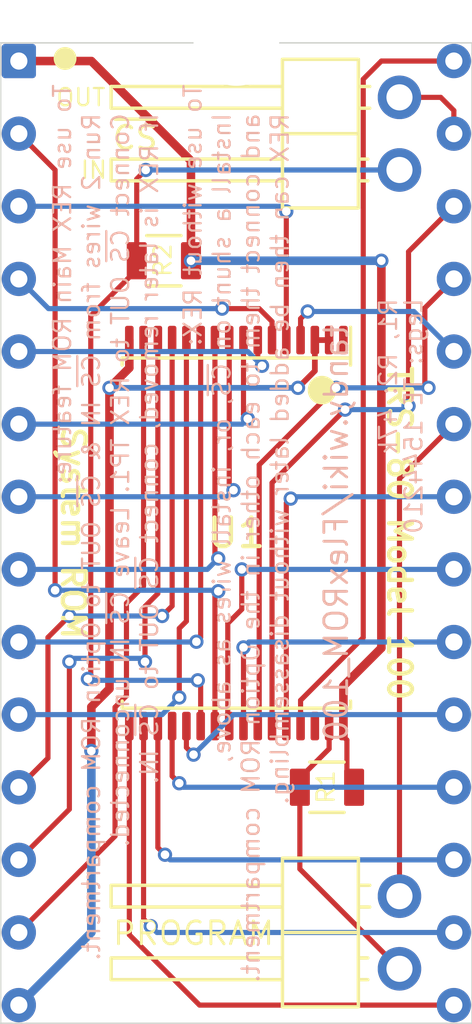
<source format=kicad_pcb>
(kicad_pcb (version 20171130) (host pcbnew 5.1.9-73d0e3b20d~88~ubuntu20.10.1)

  (general
    (thickness 1.6)
    (drawings 22)
    (tracks 199)
    (zones 0)
    (modules 7)
    (nets 31)
  )

  (page USLetter)
  (title_block
    (title FlashROM_100)
    (date 2021-03-07)
    (rev 002)
    (company "Brian K. White - b.kenyon.w@gmail.com")
    (comment 1 "System ROM for TRS-80 Model 100 with support for REX main rom feature")
  )

  (layers
    (0 F.Cu signal)
    (31 B.Cu signal)
    (32 B.Adhes user hide)
    (33 F.Adhes user hide)
    (34 B.Paste user hide)
    (35 F.Paste user hide)
    (36 B.SilkS user hide)
    (37 F.SilkS user)
    (38 B.Mask user)
    (39 F.Mask user)
    (40 Dwgs.User user hide)
    (41 Cmts.User user hide)
    (42 Eco1.User user hide)
    (43 Eco2.User user hide)
    (44 Edge.Cuts user)
    (45 Margin user hide)
    (46 B.CrtYd user hide)
    (47 F.CrtYd user hide)
    (48 B.Fab user hide)
    (49 F.Fab user hide)
  )

  (setup
    (last_trace_width 0.18)
    (user_trace_width 0.16)
    (user_trace_width 0.2)
    (user_trace_width 0.3)
    (trace_clearance 0.16)
    (zone_clearance 0.2)
    (zone_45_only no)
    (trace_min 0.16)
    (via_size 0.5)
    (via_drill 0.3)
    (via_min_size 0.5)
    (via_min_drill 0.3)
    (uvia_size 0.5)
    (uvia_drill 0.3)
    (uvias_allowed no)
    (uvia_min_size 0.5)
    (uvia_min_drill 0.3)
    (edge_width 0.05)
    (segment_width 0.2)
    (pcb_text_width 0.3)
    (pcb_text_size 1.5 1.5)
    (mod_edge_width 0.12)
    (mod_text_size 1 1)
    (mod_text_width 0.15)
    (pad_size 1.2 1.2)
    (pad_drill 0.58)
    (pad_to_mask_clearance 0)
    (solder_mask_min_width 0.22)
    (aux_axis_origin 0 0)
    (grid_origin 150 100)
    (visible_elements FFFFFF7F)
    (pcbplotparams
      (layerselection 0x010fc_ffffffff)
      (usegerberextensions false)
      (usegerberattributes false)
      (usegerberadvancedattributes false)
      (creategerberjobfile false)
      (excludeedgelayer true)
      (linewidth 0.100000)
      (plotframeref false)
      (viasonmask false)
      (mode 1)
      (useauxorigin false)
      (hpglpennumber 1)
      (hpglpenspeed 20)
      (hpglpendiameter 15.000000)
      (psnegative false)
      (psa4output false)
      (plotreference true)
      (plotvalue true)
      (plotinvisibletext false)
      (padsonsilk false)
      (subtractmaskfromsilk false)
      (outputformat 1)
      (mirror false)
      (drillshape 0)
      (scaleselection 1)
      (outputdirectory "GERBER_FlashROM_100_tsop"))
  )

  (net 0 "")
  (net 1 /D3)
  (net 2 /A10)
  (net 3 /D4)
  (net 4 /A7)
  (net 5 /D5)
  (net 6 /A6)
  (net 7 /D6)
  (net 8 /A5)
  (net 9 /D7)
  (net 10 /A4)
  (net 11 /A11)
  (net 12 /A3)
  (net 13 /~OE)
  (net 14 /A2)
  (net 15 /A13)
  (net 16 /A1)
  (net 17 /A0)
  (net 18 /A12)
  (net 19 /D0)
  (net 20 /A9)
  (net 21 /D1)
  (net 22 /A8)
  (net 23 /D2)
  (net 24 /A14)
  (net 25 /~WE)
  (net 26 VCC)
  (net 27 GND)
  (net 28 /ALE_~WE)
  (net 29 /~CS_BUS)
  (net 30 /~CS)

  (net_class Default "This is the default net class."
    (clearance 0.16)
    (trace_width 0.18)
    (via_dia 0.5)
    (via_drill 0.3)
    (uvia_dia 0.5)
    (uvia_drill 0.3)
    (diff_pair_width 0.3)
    (diff_pair_gap 0.3)
    (add_net /A0)
    (add_net /A1)
    (add_net /A10)
    (add_net /A11)
    (add_net /A12)
    (add_net /A13)
    (add_net /A14)
    (add_net /A2)
    (add_net /A3)
    (add_net /A4)
    (add_net /A5)
    (add_net /A6)
    (add_net /A7)
    (add_net /A8)
    (add_net /A9)
    (add_net /ALE_~WE)
    (add_net /D0)
    (add_net /D1)
    (add_net /D2)
    (add_net /D3)
    (add_net /D4)
    (add_net /D5)
    (add_net /D6)
    (add_net /D7)
    (add_net /~CS)
    (add_net /~CS_BUS)
    (add_net /~OE)
    (add_net /~WE)
    (add_net GND)
    (add_net VCC)
  )

  (module 000_LOCAL:NPTH_3mm (layer F.Cu) (tedit 5F9F8D8C) (tstamp 604A023C)
    (at 150 82.855)
    (fp_text reference REF** (at 0 2.54) (layer F.SilkS) hide
      (effects (font (size 1.27 1.27) (thickness 0.127)))
    )
    (fp_text value NPTH_3mm (at 0 -2.54) (layer F.Fab)
      (effects (font (size 1.27 1.27) (thickness 0.0127)))
    )
    (pad "" np_thru_hole circle (at 0 0) (size 3 3) (drill 3) (layers *.Cu *.Mask))
  )

  (module 000_LOCAL:DIP28_0.6_pcb_sil_pins (layer F.Cu) (tedit 5FC98BE5) (tstamp 6049DE0F)
    (at 150 100)
    (descr "28-lead though-hole mounted DIP package, row spacing 15.24 mm (600 mils)")
    (tags "THT DIP DIL PDIP 2.54mm 15.24mm 600mil")
    (path /5E5C209E)
    (fp_text reference J1 (at -4.7 -16.35) (layer F.SilkS) hide
      (effects (font (size 1 1) (thickness 0.15)))
    )
    (fp_text value "LH535618 DIP LEGS" (at 0 18.84) (layer F.Fab)
      (effects (font (size 1 1) (thickness 0.15)))
    )
    (fp_line (start 8.22 -17.11) (end -8.22 -17.11) (layer F.CrtYd) (width 0.01))
    (fp_line (start 8.22 17.11) (end 8.22 -17.11) (layer F.CrtYd) (width 0.01))
    (fp_line (start -8.22 17.11) (end 8.22 17.11) (layer F.CrtYd) (width 0.01))
    (fp_line (start -8.22 -17.11) (end -8.22 17.11) (layer F.CrtYd) (width 0.01))
    (fp_text user %R (at 0.27 3.12) (layer F.Fab)
      (effects (font (size 1 1) (thickness 0.15)))
    )
    (pad 1 thru_hole roundrect (at -7.62 -16.51) (size 1.2 1.2) (drill 0.6) (layers *.Cu *.Mask) (roundrect_rratio 0.1)
      (net 26 VCC))
    (pad 15 thru_hole circle (at 7.62 16.51) (size 1.2 1.2) (drill 0.6) (layers *.Cu *.Mask)
      (net 1 /D3))
    (pad 2 thru_hole circle (at -7.62 -13.97) (size 1.2 1.2) (drill 0.6) (layers *.Cu *.Mask)
      (net 2 /A10))
    (pad 16 thru_hole circle (at 7.62 13.97) (size 1.2 1.2) (drill 0.6) (layers *.Cu *.Mask)
      (net 3 /D4))
    (pad 3 thru_hole circle (at -7.62 -11.43) (size 1.2 1.2) (drill 0.6) (layers *.Cu *.Mask)
      (net 4 /A7))
    (pad 17 thru_hole circle (at 7.62 11.43) (size 1.2 1.2) (drill 0.6) (layers *.Cu *.Mask)
      (net 5 /D5))
    (pad 4 thru_hole circle (at -7.62 -8.89) (size 1.2 1.2) (drill 0.6) (layers *.Cu *.Mask)
      (net 6 /A6))
    (pad 18 thru_hole circle (at 7.62 8.89) (size 1.2 1.2) (drill 0.6) (layers *.Cu *.Mask)
      (net 7 /D6))
    (pad 5 thru_hole circle (at -7.62 -6.35) (size 1.2 1.2) (drill 0.6) (layers *.Cu *.Mask)
      (net 8 /A5))
    (pad 19 thru_hole circle (at 7.62 6.35) (size 1.2 1.2) (drill 0.6) (layers *.Cu *.Mask)
      (net 9 /D7))
    (pad 6 thru_hole circle (at -7.62 -3.81) (size 1.2 1.2) (drill 0.6) (layers *.Cu *.Mask)
      (net 10 /A4))
    (pad 20 thru_hole circle (at 7.62 3.81) (size 1.2 1.2) (drill 0.6) (layers *.Cu *.Mask)
      (net 11 /A11))
    (pad 7 thru_hole circle (at -7.62 -1.27) (size 1.2 1.2) (drill 0.6) (layers *.Cu *.Mask)
      (net 12 /A3))
    (pad 21 thru_hole circle (at 7.62 1.27) (size 1.2 1.2) (drill 0.6) (layers *.Cu *.Mask)
      (net 13 /~OE))
    (pad 8 thru_hole circle (at -7.62 1.27) (size 1.2 1.2) (drill 0.6) (layers *.Cu *.Mask)
      (net 14 /A2))
    (pad 22 thru_hole circle (at 7.62 -1.27) (size 1.2 1.2) (drill 0.6) (layers *.Cu *.Mask)
      (net 15 /A13))
    (pad 9 thru_hole circle (at -7.62 3.81) (size 1.2 1.2) (drill 0.6) (layers *.Cu *.Mask)
      (net 16 /A1))
    (pad 23 thru_hole circle (at 7.62 -3.81) (size 1.2 1.2) (drill 0.6) (layers *.Cu *.Mask)
      (net 28 /ALE_~WE))
    (pad 10 thru_hole circle (at -7.62 6.35) (size 1.2 1.2) (drill 0.6) (layers *.Cu *.Mask)
      (net 17 /A0))
    (pad 24 thru_hole circle (at 7.62 -6.35) (size 1.2 1.2) (drill 0.6) (layers *.Cu *.Mask)
      (net 18 /A12))
    (pad 11 thru_hole circle (at -7.62 8.89) (size 1.2 1.2) (drill 0.6) (layers *.Cu *.Mask)
      (net 19 /D0))
    (pad 25 thru_hole circle (at 7.62 -8.89) (size 1.2 1.2) (drill 0.6) (layers *.Cu *.Mask)
      (net 20 /A9))
    (pad 12 thru_hole circle (at -7.62 11.43) (size 1.2 1.2) (drill 0.6) (layers *.Cu *.Mask)
      (net 21 /D1))
    (pad 26 thru_hole circle (at 7.62 -11.43) (size 1.2 1.2) (drill 0.6) (layers *.Cu *.Mask)
      (net 22 /A8))
    (pad 13 thru_hole circle (at -7.62 13.97) (size 1.2 1.2) (drill 0.6) (layers *.Cu *.Mask)
      (net 23 /D2))
    (pad 27 thru_hole circle (at 7.62 -13.97) (size 1.2 1.2) (drill 0.6) (layers *.Cu *.Mask)
      (net 29 /~CS_BUS))
    (pad 14 thru_hole circle (at -7.62 16.51) (size 1.2 1.2) (drill 0.6) (layers *.Cu *.Mask)
      (net 27 GND))
    (pad 28 thru_hole circle (at 7.62 -16.51) (size 1.2 1.2) (drill 0.6) (layers *.Cu *.Mask)
      (net 24 /A14))
    (model ${KIPRJMOD}/000_LOCAL.pretty/packages3d/DIL_LEG.step
      (offset (xyz -7.62 16.51 0.18))
      (scale (xyz 1 1 1))
      (rotate (xyz 0 0 0))
    )
    (model ${KIPRJMOD}/000_LOCAL.pretty/packages3d/DIL_LEG.step
      (offset (xyz -7.62 13.97 0.18))
      (scale (xyz 1 1 1))
      (rotate (xyz 0 0 0))
    )
    (model ${KIPRJMOD}/000_LOCAL.pretty/packages3d/DIL_LEG.step
      (offset (xyz -7.62 11.43 0.18))
      (scale (xyz 1 1 1))
      (rotate (xyz 0 0 0))
    )
    (model ${KIPRJMOD}/000_LOCAL.pretty/packages3d/DIL_LEG.step
      (offset (xyz -7.62 8.890000000000001 0.18))
      (scale (xyz 1 1 1))
      (rotate (xyz 0 0 0))
    )
    (model ${KIPRJMOD}/000_LOCAL.pretty/packages3d/DIL_LEG.step
      (offset (xyz -7.62 6.35 0.18))
      (scale (xyz 1 1 1))
      (rotate (xyz 0 0 0))
    )
    (model ${KIPRJMOD}/000_LOCAL.pretty/packages3d/DIL_LEG.step
      (offset (xyz -7.62 3.81 0.18))
      (scale (xyz 1 1 1))
      (rotate (xyz 0 0 0))
    )
    (model ${KIPRJMOD}/000_LOCAL.pretty/packages3d/DIL_LEG.step
      (offset (xyz -7.62 1.27 0.18))
      (scale (xyz 1 1 1))
      (rotate (xyz 0 0 0))
    )
    (model ${KIPRJMOD}/000_LOCAL.pretty/packages3d/DIL_LEG.step
      (offset (xyz -7.62 -1.27 0.18))
      (scale (xyz 1 1 1))
      (rotate (xyz 0 0 0))
    )
    (model ${KIPRJMOD}/000_LOCAL.pretty/packages3d/DIL_LEG.step
      (offset (xyz -7.62 -3.81 0.18))
      (scale (xyz 1 1 1))
      (rotate (xyz 0 0 0))
    )
    (model ${KIPRJMOD}/000_LOCAL.pretty/packages3d/DIL_LEG.step
      (offset (xyz -7.62 -6.35 0.18))
      (scale (xyz 1 1 1))
      (rotate (xyz 0 0 0))
    )
    (model ${KIPRJMOD}/000_LOCAL.pretty/packages3d/DIL_LEG.step
      (offset (xyz -7.62 -8.890000000000001 0.18))
      (scale (xyz 1 1 1))
      (rotate (xyz 0 0 0))
    )
    (model ${KIPRJMOD}/000_LOCAL.pretty/packages3d/DIL_LEG.step
      (offset (xyz -7.62 -11.43 0.18))
      (scale (xyz 1 1 1))
      (rotate (xyz 0 0 0))
    )
    (model ${KIPRJMOD}/000_LOCAL.pretty/packages3d/DIL_LEG.step
      (offset (xyz -7.62 -13.97 0.18))
      (scale (xyz 1 1 1))
      (rotate (xyz 0 0 0))
    )
    (model ${KIPRJMOD}/000_LOCAL.pretty/packages3d/DIL_LEG.step
      (offset (xyz -7.62 -16.51 0.18))
      (scale (xyz 1 1 1))
      (rotate (xyz 0 0 0))
    )
    (model ${KIPRJMOD}/000_LOCAL.pretty/packages3d/DIL_LEG.step
      (offset (xyz 7.62 -16.51 0.18))
      (scale (xyz 1 1 1))
      (rotate (xyz 0 0 0))
    )
    (model ${KIPRJMOD}/000_LOCAL.pretty/packages3d/DIL_LEG.step
      (offset (xyz 7.62 -13.97 0.18))
      (scale (xyz 1 1 1))
      (rotate (xyz 0 0 0))
    )
    (model ${KIPRJMOD}/000_LOCAL.pretty/packages3d/DIL_LEG.step
      (offset (xyz 7.62 -11.43 0.18))
      (scale (xyz 1 1 1))
      (rotate (xyz 0 0 0))
    )
    (model ${KIPRJMOD}/000_LOCAL.pretty/packages3d/DIL_LEG.step
      (offset (xyz 7.62 -8.890000000000001 0.18))
      (scale (xyz 1 1 1))
      (rotate (xyz 0 0 0))
    )
    (model ${KIPRJMOD}/000_LOCAL.pretty/packages3d/DIL_LEG.step
      (offset (xyz 7.62 -6.35 0.18))
      (scale (xyz 1 1 1))
      (rotate (xyz 0 0 0))
    )
    (model ${KIPRJMOD}/000_LOCAL.pretty/packages3d/DIL_LEG.step
      (offset (xyz 7.62 -3.81 0.18))
      (scale (xyz 1 1 1))
      (rotate (xyz 0 0 0))
    )
    (model ${KIPRJMOD}/000_LOCAL.pretty/packages3d/DIL_LEG.step
      (offset (xyz 7.62 -1.27 0.18))
      (scale (xyz 1 1 1))
      (rotate (xyz 0 0 0))
    )
    (model ${KIPRJMOD}/000_LOCAL.pretty/packages3d/DIL_LEG.step
      (offset (xyz 7.62 1.27 0.18))
      (scale (xyz 1 1 1))
      (rotate (xyz 0 0 0))
    )
    (model ${KIPRJMOD}/000_LOCAL.pretty/packages3d/DIL_LEG.step
      (offset (xyz 7.62 3.81 0.18))
      (scale (xyz 1 1 1))
      (rotate (xyz 0 0 0))
    )
    (model ${KIPRJMOD}/000_LOCAL.pretty/packages3d/DIL_LEG.step
      (offset (xyz 7.62 6.35 0.18))
      (scale (xyz 1 1 1))
      (rotate (xyz 0 0 0))
    )
    (model ${KIPRJMOD}/000_LOCAL.pretty/packages3d/DIL_LEG.step
      (offset (xyz 7.62 8.890000000000001 0.18))
      (scale (xyz 1 1 1))
      (rotate (xyz 0 0 0))
    )
    (model ${KIPRJMOD}/000_LOCAL.pretty/packages3d/DIL_LEG.step
      (offset (xyz 7.62 11.43 0.18))
      (scale (xyz 1 1 1))
      (rotate (xyz 0 0 0))
    )
    (model ${KIPRJMOD}/000_LOCAL.pretty/packages3d/DIL_LEG.step
      (offset (xyz 7.62 13.97 0.18))
      (scale (xyz 1 1 1))
      (rotate (xyz 0 0 0))
    )
    (model ${KIPRJMOD}/000_LOCAL.pretty/packages3d/DIL_LEG.step
      (offset (xyz 7.62 16.51 0.18))
      (scale (xyz 1 1 1))
      (rotate (xyz 0 0 0))
    )
  )

  (module 000_LOCAL:Pin_Header_Angled_1x02_Pitch2.54mm (layer F.Cu) (tedit 5F9E6982) (tstamp 6049E5C7)
    (at 155.715 115.24 180)
    (descr "Through hole angled pin header, 1x02, 2.54mm pitch, 6mm pin length, single row")
    (tags "Through hole angled pin header THT 1x02 2.54mm single row")
    (path /5FBC3795)
    (fp_text reference JP2 (at 4.385 -2.27) (layer F.SilkS) hide
      (effects (font (size 1 1) (thickness 0.15)))
    )
    (fp_text value Write-Enable (at 4.385 4.81) (layer F.Fab)
      (effects (font (size 1 1) (thickness 0.15)))
    )
    (fp_line (start 2.135 -1.27) (end 4.04 -1.27) (layer F.Fab) (width 0.1))
    (fp_line (start 4.04 -1.27) (end 4.04 3.81) (layer F.Fab) (width 0.1))
    (fp_line (start 4.04 3.81) (end 1.5 3.81) (layer F.Fab) (width 0.1))
    (fp_line (start 1.5 3.81) (end 1.5 -0.635) (layer F.Fab) (width 0.1))
    (fp_line (start 1.5 -0.635) (end 2.135 -1.27) (layer F.Fab) (width 0.1))
    (fp_line (start -0.32 -0.32) (end 1.5 -0.32) (layer F.Fab) (width 0.1))
    (fp_line (start -0.32 -0.32) (end -0.32 0.32) (layer F.Fab) (width 0.1))
    (fp_line (start -0.32 0.32) (end 1.5 0.32) (layer F.Fab) (width 0.1))
    (fp_line (start 4.04 -0.32) (end 10.04 -0.32) (layer F.Fab) (width 0.1))
    (fp_line (start 10.04 -0.32) (end 10.04 0.32) (layer F.Fab) (width 0.1))
    (fp_line (start 4.04 0.32) (end 10.04 0.32) (layer F.Fab) (width 0.1))
    (fp_line (start -0.32 2.22) (end 1.5 2.22) (layer F.Fab) (width 0.1))
    (fp_line (start -0.32 2.22) (end -0.32 2.86) (layer F.Fab) (width 0.1))
    (fp_line (start -0.32 2.86) (end 1.5 2.86) (layer F.Fab) (width 0.1))
    (fp_line (start 4.04 2.22) (end 10.04 2.22) (layer F.Fab) (width 0.1))
    (fp_line (start 10.04 2.22) (end 10.04 2.86) (layer F.Fab) (width 0.1))
    (fp_line (start 4.04 2.86) (end 10.04 2.86) (layer F.Fab) (width 0.1))
    (fp_line (start 1.44 -1.33) (end 1.44 3.87) (layer F.SilkS) (width 0.12))
    (fp_line (start 1.44 3.87) (end 4.1 3.87) (layer F.SilkS) (width 0.12))
    (fp_line (start 4.1 3.87) (end 4.1 -1.33) (layer F.SilkS) (width 0.12))
    (fp_line (start 4.1 -1.33) (end 1.44 -1.33) (layer F.SilkS) (width 0.12))
    (fp_line (start 4.1 -0.38) (end 10.1 -0.38) (layer F.SilkS) (width 0.12))
    (fp_line (start 10.1 -0.38) (end 10.1 0.38) (layer F.SilkS) (width 0.12))
    (fp_line (start 10.1 0.38) (end 4.1 0.38) (layer F.SilkS) (width 0.12))
    (fp_line (start 1.11 -0.38) (end 1.44 -0.38) (layer F.SilkS) (width 0.12))
    (fp_line (start 1.11 0.38) (end 1.44 0.38) (layer F.SilkS) (width 0.12))
    (fp_line (start 1.44 1.27) (end 4.1 1.27) (layer F.SilkS) (width 0.12))
    (fp_line (start 4.1 2.16) (end 10.1 2.16) (layer F.SilkS) (width 0.12))
    (fp_line (start 10.1 2.16) (end 10.1 2.92) (layer F.SilkS) (width 0.12))
    (fp_line (start 10.1 2.92) (end 4.1 2.92) (layer F.SilkS) (width 0.12))
    (fp_line (start 1.042929 2.16) (end 1.44 2.16) (layer F.SilkS) (width 0.12))
    (fp_line (start 1.042929 2.92) (end 1.44 2.92) (layer F.SilkS) (width 0.12))
    (fp_line (start -1.8 -1.8) (end -1.8 4.35) (layer F.CrtYd) (width 0.05))
    (fp_line (start -1.8 4.35) (end 10.55 4.35) (layer F.CrtYd) (width 0.05))
    (fp_line (start 10.55 4.35) (end 10.55 -1.8) (layer F.CrtYd) (width 0.05))
    (fp_line (start 10.55 -1.8) (end -1.8 -1.8) (layer F.CrtYd) (width 0.05))
    (fp_text user %R (at 2.77 1.27 90) (layer F.Fab)
      (effects (font (size 1 1) (thickness 0.15)))
    )
    (pad 1 thru_hole circle (at 0 0 180) (size 1.524 1.524) (drill 0.9144) (layers *.Cu *.Mask)
      (net 25 /~WE))
    (pad 2 thru_hole circle (at 0 2.54 180) (size 1.524 1.524) (drill 0.9144) (layers *.Cu *.Mask)
      (net 28 /ALE_~WE))
    (model ${KIPRJMOD}/000_LOCAL.pretty/packages3d/PinHeader_1x02_P2.54mm_Horizontal.step
      (at (xyz 0 0 0))
      (scale (xyz 1 1 1))
      (rotate (xyz 0 0 0))
    )
  )

  (module 000_LOCAL:Pin_Header_Angled_1x02_Pitch2.54mm (layer F.Cu) (tedit 5F9E6982) (tstamp 6049E59C)
    (at 155.715 87.3 180)
    (descr "Through hole angled pin header, 1x02, 2.54mm pitch, 6mm pin length, single row")
    (tags "Through hole angled pin header THT 1x02 2.54mm single row")
    (path /5E68B8A2)
    (fp_text reference JP1 (at 4.385 -2.27) (layer F.SilkS) hide
      (effects (font (size 1 1) (thickness 0.15)))
    )
    (fp_text value "~CS~ breakout" (at 4.385 4.81) (layer F.Fab)
      (effects (font (size 1 1) (thickness 0.15)))
    )
    (fp_line (start 2.135 -1.27) (end 4.04 -1.27) (layer F.Fab) (width 0.1))
    (fp_line (start 4.04 -1.27) (end 4.04 3.81) (layer F.Fab) (width 0.1))
    (fp_line (start 4.04 3.81) (end 1.5 3.81) (layer F.Fab) (width 0.1))
    (fp_line (start 1.5 3.81) (end 1.5 -0.635) (layer F.Fab) (width 0.1))
    (fp_line (start 1.5 -0.635) (end 2.135 -1.27) (layer F.Fab) (width 0.1))
    (fp_line (start -0.32 -0.32) (end 1.5 -0.32) (layer F.Fab) (width 0.1))
    (fp_line (start -0.32 -0.32) (end -0.32 0.32) (layer F.Fab) (width 0.1))
    (fp_line (start -0.32 0.32) (end 1.5 0.32) (layer F.Fab) (width 0.1))
    (fp_line (start 4.04 -0.32) (end 10.04 -0.32) (layer F.Fab) (width 0.1))
    (fp_line (start 10.04 -0.32) (end 10.04 0.32) (layer F.Fab) (width 0.1))
    (fp_line (start 4.04 0.32) (end 10.04 0.32) (layer F.Fab) (width 0.1))
    (fp_line (start -0.32 2.22) (end 1.5 2.22) (layer F.Fab) (width 0.1))
    (fp_line (start -0.32 2.22) (end -0.32 2.86) (layer F.Fab) (width 0.1))
    (fp_line (start -0.32 2.86) (end 1.5 2.86) (layer F.Fab) (width 0.1))
    (fp_line (start 4.04 2.22) (end 10.04 2.22) (layer F.Fab) (width 0.1))
    (fp_line (start 10.04 2.22) (end 10.04 2.86) (layer F.Fab) (width 0.1))
    (fp_line (start 4.04 2.86) (end 10.04 2.86) (layer F.Fab) (width 0.1))
    (fp_line (start 1.44 -1.33) (end 1.44 3.87) (layer F.SilkS) (width 0.12))
    (fp_line (start 1.44 3.87) (end 4.1 3.87) (layer F.SilkS) (width 0.12))
    (fp_line (start 4.1 3.87) (end 4.1 -1.33) (layer F.SilkS) (width 0.12))
    (fp_line (start 4.1 -1.33) (end 1.44 -1.33) (layer F.SilkS) (width 0.12))
    (fp_line (start 4.1 -0.38) (end 10.1 -0.38) (layer F.SilkS) (width 0.12))
    (fp_line (start 10.1 -0.38) (end 10.1 0.38) (layer F.SilkS) (width 0.12))
    (fp_line (start 10.1 0.38) (end 4.1 0.38) (layer F.SilkS) (width 0.12))
    (fp_line (start 1.11 -0.38) (end 1.44 -0.38) (layer F.SilkS) (width 0.12))
    (fp_line (start 1.11 0.38) (end 1.44 0.38) (layer F.SilkS) (width 0.12))
    (fp_line (start 1.44 1.27) (end 4.1 1.27) (layer F.SilkS) (width 0.12))
    (fp_line (start 4.1 2.16) (end 10.1 2.16) (layer F.SilkS) (width 0.12))
    (fp_line (start 10.1 2.16) (end 10.1 2.92) (layer F.SilkS) (width 0.12))
    (fp_line (start 10.1 2.92) (end 4.1 2.92) (layer F.SilkS) (width 0.12))
    (fp_line (start 1.042929 2.16) (end 1.44 2.16) (layer F.SilkS) (width 0.12))
    (fp_line (start 1.042929 2.92) (end 1.44 2.92) (layer F.SilkS) (width 0.12))
    (fp_line (start -1.8 -1.8) (end -1.8 4.35) (layer F.CrtYd) (width 0.05))
    (fp_line (start -1.8 4.35) (end 10.55 4.35) (layer F.CrtYd) (width 0.05))
    (fp_line (start 10.55 4.35) (end 10.55 -1.8) (layer F.CrtYd) (width 0.05))
    (fp_line (start 10.55 -1.8) (end -1.8 -1.8) (layer F.CrtYd) (width 0.05))
    (fp_text user %R (at 2.77 1.27 90) (layer F.Fab)
      (effects (font (size 1 1) (thickness 0.15)))
    )
    (pad 1 thru_hole circle (at 0 0 180) (size 1.524 1.524) (drill 0.9144) (layers *.Cu *.Mask)
      (net 30 /~CS))
    (pad 2 thru_hole circle (at 0 2.54 180) (size 1.524 1.524) (drill 0.9144) (layers *.Cu *.Mask)
      (net 29 /~CS_BUS))
    (model ${KIPRJMOD}/000_LOCAL.pretty/packages3d/PinHeader_1x02_P2.54mm_Horizontal.step
      (at (xyz 0 0 0))
      (scale (xyz 1 1 1))
      (rotate (xyz 0 0 0))
    )
  )

  (module 000_LOCAL:TSOP32-14mm (layer F.Cu) (tedit 5F970953) (tstamp 6049DA79)
    (at 150 100 180)
    (descr "Module CMS TSOP 32 pins")
    (tags "CMS TSOP")
    (path /5E5B130A)
    (attr smd)
    (fp_text reference U1 (at 0 0 unlocked) (layer F.SilkS)
      (effects (font (size 1 1) (thickness 0.15)))
    )
    (fp_text value 29F010 (at 1.27 0 90) (layer F.Fab)
      (effects (font (size 1 1) (thickness 0.15)))
    )
    (fp_line (start 4 -6.125) (end 4 -5.875) (layer F.SilkS) (width 0.12))
    (fp_line (start -4 -6.125) (end -4 -5.875) (layer F.SilkS) (width 0.12))
    (fp_line (start 4 6.125) (end 4 5.875) (layer F.SilkS) (width 0.12))
    (fp_line (start -4 7.2) (end -4 5.875) (layer F.SilkS) (width 0.12))
    (fp_line (start 4 -6.125) (end -4 -6.125) (layer F.SilkS) (width 0.12))
    (fp_line (start -4 6.125) (end 4 6.125) (layer F.SilkS) (width 0.12))
    (fp_circle (center -3 5) (end -2.75 5) (layer F.SilkS) (width 0.5))
    (pad 1 smd roundrect (at -3.75 6.75 180) (size 0.3 1) (layers F.Cu F.Paste F.Mask) (roundrect_rratio 0.25))
    (pad 2 smd roundrect (at -3.25 6.75 180) (size 0.3 1) (layers F.Cu F.Paste F.Mask) (roundrect_rratio 0.25)
      (net 27 GND))
    (pad 3 smd roundrect (at -2.75 6.75 180) (size 0.3 1) (layers F.Cu F.Paste F.Mask) (roundrect_rratio 0.25)
      (net 27 GND))
    (pad 4 smd roundrect (at -2.25 6.75 180) (size 0.3 1) (layers F.Cu F.Paste F.Mask) (roundrect_rratio 0.25)
      (net 18 /A12))
    (pad 5 smd roundrect (at -1.75 6.75 180) (size 0.3 1) (layers F.Cu F.Paste F.Mask) (roundrect_rratio 0.25)
      (net 4 /A7))
    (pad 6 smd roundrect (at -1.25 6.75 180) (size 0.3 1) (layers F.Cu F.Paste F.Mask) (roundrect_rratio 0.25)
      (net 6 /A6))
    (pad 7 smd roundrect (at -0.75 6.75 180) (size 0.3 1) (layers F.Cu F.Paste F.Mask) (roundrect_rratio 0.25)
      (net 8 /A5))
    (pad 8 smd roundrect (at -0.25 6.75 180) (size 0.3 1) (layers F.Cu F.Paste F.Mask) (roundrect_rratio 0.25)
      (net 10 /A4))
    (pad 9 smd roundrect (at 0.25 6.75 180) (size 0.3 1) (layers F.Cu F.Paste F.Mask) (roundrect_rratio 0.25)
      (net 12 /A3))
    (pad 10 smd roundrect (at 0.75 6.75 180) (size 0.3 1) (layers F.Cu F.Paste F.Mask) (roundrect_rratio 0.25)
      (net 14 /A2))
    (pad 11 smd roundrect (at 1.25 6.75 180) (size 0.3 1) (layers F.Cu F.Paste F.Mask) (roundrect_rratio 0.25)
      (net 16 /A1))
    (pad 12 smd roundrect (at 1.75 6.75 180) (size 0.3 1) (layers F.Cu F.Paste F.Mask) (roundrect_rratio 0.25)
      (net 17 /A0))
    (pad 13 smd roundrect (at 2.25 6.75 180) (size 0.3 1) (layers F.Cu F.Paste F.Mask) (roundrect_rratio 0.25)
      (net 19 /D0))
    (pad 14 smd roundrect (at 2.75 6.75 180) (size 0.3 1) (layers F.Cu F.Paste F.Mask) (roundrect_rratio 0.25)
      (net 21 /D1))
    (pad 15 smd roundrect (at 3.25 6.75 180) (size 0.3 1) (layers F.Cu F.Paste F.Mask) (roundrect_rratio 0.25)
      (net 23 /D2))
    (pad 16 smd roundrect (at 3.75 6.75 180) (size 0.3 1) (layers F.Cu F.Paste F.Mask) (roundrect_rratio 0.25)
      (net 27 GND))
    (pad 17 smd roundrect (at 3.75 -6.75 180) (size 0.3 1) (layers F.Cu F.Paste F.Mask) (roundrect_rratio 0.25)
      (net 1 /D3))
    (pad 18 smd roundrect (at 3.25 -6.75 180) (size 0.3 1) (layers F.Cu F.Paste F.Mask) (roundrect_rratio 0.25)
      (net 3 /D4))
    (pad 19 smd roundrect (at 2.75 -6.75 180) (size 0.3 1) (layers F.Cu F.Paste F.Mask) (roundrect_rratio 0.25)
      (net 5 /D5))
    (pad 20 smd roundrect (at 2.25 -6.75 180) (size 0.3 1) (layers F.Cu F.Paste F.Mask) (roundrect_rratio 0.25)
      (net 7 /D6))
    (pad 21 smd roundrect (at 1.75 -6.75 180) (size 0.3 1) (layers F.Cu F.Paste F.Mask) (roundrect_rratio 0.25)
      (net 9 /D7))
    (pad 22 smd roundrect (at 1.25 -6.75 180) (size 0.3 1) (layers F.Cu F.Paste F.Mask) (roundrect_rratio 0.25)
      (net 30 /~CS))
    (pad 23 smd roundrect (at 0.75 -6.75 180) (size 0.3 1) (layers F.Cu F.Paste F.Mask) (roundrect_rratio 0.25)
      (net 2 /A10))
    (pad 24 smd roundrect (at 0.25 -6.75 180) (size 0.3 1) (layers F.Cu F.Paste F.Mask) (roundrect_rratio 0.25)
      (net 13 /~OE))
    (pad 25 smd roundrect (at -0.25 -6.75 180) (size 0.3 1) (layers F.Cu F.Paste F.Mask) (roundrect_rratio 0.25)
      (net 11 /A11))
    (pad 26 smd roundrect (at -0.75 -6.75 180) (size 0.3 1) (layers F.Cu F.Paste F.Mask) (roundrect_rratio 0.25)
      (net 20 /A9))
    (pad 27 smd roundrect (at -1.25 -6.75 180) (size 0.3 1) (layers F.Cu F.Paste F.Mask) (roundrect_rratio 0.25)
      (net 22 /A8))
    (pad 28 smd roundrect (at -1.75 -6.75 180) (size 0.3 1) (layers F.Cu F.Paste F.Mask) (roundrect_rratio 0.25)
      (net 15 /A13))
    (pad 29 smd roundrect (at -2.25 -6.75 180) (size 0.3 1) (layers F.Cu F.Paste F.Mask) (roundrect_rratio 0.25)
      (net 24 /A14))
    (pad 30 smd roundrect (at -2.75 -6.75 180) (size 0.3 1) (layers F.Cu F.Paste F.Mask) (roundrect_rratio 0.25))
    (pad 31 smd roundrect (at -3.25 -6.75 180) (size 0.3 1) (layers F.Cu F.Paste F.Mask) (roundrect_rratio 0.25)
      (net 25 /~WE))
    (pad 32 smd roundrect (at -3.75 -6.75 180) (size 0.3 1) (layers F.Cu F.Paste F.Mask) (roundrect_rratio 0.25)
      (net 26 VCC))
    (model ${KIPRJMOD}/000_LOCAL.pretty/packages3d/TSOP32_8x14.step
      (at (xyz 0 0 0))
      (scale (xyz 1 1 1))
      (rotate (xyz 0 0 -90))
    )
  )

  (module 000_LOCAL:R_0805 (layer F.Cu) (tedit 5F9E65BE) (tstamp 604AC043)
    (at 153.175 108.89)
    (descr "Resistor SMD 0805, reflow soldering, Vishay (see dcrcw.pdf)")
    (tags "resistor 0805")
    (path /5E6B3AF8)
    (attr smd)
    (fp_text reference R1 (at -0.04 -0.01 -270 unlocked) (layer F.SilkS)
      (effects (font (size 0.6 0.6) (thickness 0.08)))
    )
    (fp_text value 47K (at 0 1.75) (layer F.Fab) hide
      (effects (font (size 1 1) (thickness 0.15)))
    )
    (fp_line (start -1 0.62) (end -1 -0.62) (layer F.Fab) (width 0.1))
    (fp_line (start 1 0.62) (end -1 0.62) (layer F.Fab) (width 0.1))
    (fp_line (start 1 -0.62) (end 1 0.62) (layer F.Fab) (width 0.1))
    (fp_line (start -1 -0.62) (end 1 -0.62) (layer F.Fab) (width 0.1))
    (fp_line (start 0.6 0.88) (end -0.6 0.88) (layer F.SilkS) (width 0.12))
    (fp_line (start -0.6 -0.88) (end 0.6 -0.88) (layer F.SilkS) (width 0.12))
    (fp_line (start -1.55 -0.9) (end 1.55 -0.9) (layer F.CrtYd) (width 0.05))
    (fp_line (start -1.55 -0.9) (end -1.55 0.9) (layer F.CrtYd) (width 0.05))
    (fp_line (start 1.55 0.9) (end 1.55 -0.9) (layer F.CrtYd) (width 0.05))
    (fp_line (start 1.55 0.9) (end -1.55 0.9) (layer F.CrtYd) (width 0.05))
    (fp_text user %R (at 0 0) (layer F.Fab) hide
      (effects (font (size 0.5 0.5) (thickness 0.075)))
    )
    (pad 1 smd roundrect (at -0.95 0) (size 0.7 1.3) (layers F.Cu F.Paste F.Mask) (roundrect_rratio 0.1)
      (net 25 /~WE))
    (pad 2 smd roundrect (at 0.95 0) (size 0.7 1.3) (layers F.Cu F.Paste F.Mask) (roundrect_rratio 0.1)
      (net 26 VCC))
    (model ${KIPRJMOD}/000_LOCAL.pretty/packages3d/R_0805_2012Metric.step
      (at (xyz 0 0 0))
      (scale (xyz 1 1 1))
      (rotate (xyz 0 0 0))
    )
  )

  (module 000_LOCAL:R_0805 (layer F.Cu) (tedit 5F9E65BE) (tstamp 5E34A4C4)
    (at 147.46 90.475)
    (descr "Resistor SMD 0805, reflow soldering, Vishay (see dcrcw.pdf)")
    (tags "resistor 0805")
    (path /5E68C7F8)
    (attr smd)
    (fp_text reference R2 (at -0.04 -0.02 90 unlocked) (layer F.SilkS)
      (effects (font (size 0.6 0.6) (thickness 0.08)))
    )
    (fp_text value 47K (at 0 1.75) (layer F.Fab)
      (effects (font (size 1 1) (thickness 0.15)))
    )
    (fp_line (start -1 0.62) (end -1 -0.62) (layer F.Fab) (width 0.1))
    (fp_line (start 1 0.62) (end -1 0.62) (layer F.Fab) (width 0.1))
    (fp_line (start 1 -0.62) (end 1 0.62) (layer F.Fab) (width 0.1))
    (fp_line (start -1 -0.62) (end 1 -0.62) (layer F.Fab) (width 0.1))
    (fp_line (start 0.6 0.88) (end -0.6 0.88) (layer F.SilkS) (width 0.12))
    (fp_line (start -0.6 -0.88) (end 0.6 -0.88) (layer F.SilkS) (width 0.12))
    (fp_line (start -1.55 -0.9) (end 1.55 -0.9) (layer F.CrtYd) (width 0.05))
    (fp_line (start -1.55 -0.9) (end -1.55 0.9) (layer F.CrtYd) (width 0.05))
    (fp_line (start 1.55 0.9) (end 1.55 -0.9) (layer F.CrtYd) (width 0.05))
    (fp_line (start 1.55 0.9) (end -1.55 0.9) (layer F.CrtYd) (width 0.05))
    (fp_text user %R (at 0 0) (layer F.Fab)
      (effects (font (size 0.5 0.5) (thickness 0.075)))
    )
    (pad 1 smd roundrect (at -0.95 0) (size 0.7 1.3) (layers F.Cu F.Paste F.Mask) (roundrect_rratio 0.1)
      (net 30 /~CS))
    (pad 2 smd roundrect (at 0.95 0) (size 0.7 1.3) (layers F.Cu F.Paste F.Mask) (roundrect_rratio 0.1)
      (net 26 VCC))
    (model ${KIPRJMOD}/000_LOCAL.pretty/packages3d/R_0805_2012Metric.step
      (at (xyz 0 0 0))
      (scale (xyz 1 1 1))
      (rotate (xyz 0 0 0))
    )
  )

  (gr_text PROGRAM (at 148.5 114) (layer F.SilkS) (tstamp 5FBB97C9)
    (effects (font (size 0.8 0.8) (thickness 0.1)))
  )
  (gr_text "System ROM" (at 144.285 100 -90) (layer F.SilkS) (tstamp 5FA44572)
    (effects (font (size 0.8 0.8) (thickness 0.15)))
  )
  (gr_text tandy.wiki/FlexROM_100 (at 153.5 100 90) (layer B.SilkS) (tstamp 5E438E65)
    (effects (font (size 0.8 0.8) (thickness 0.1)) (justify mirror))
  )
  (gr_text "TRS-80 Model 100" (at 155.715 100 -90) (layer F.SilkS)
    (effects (font (size 0.8 0.8) (thickness 0.15)))
  )
  (gr_line (start 141.745 117.145) (end 141.745 82.855) (layer Edge.Cuts) (width 0.05) (tstamp 5E36F1C6))
  (gr_line (start 158.255 82.855) (end 158.255 117.145) (layer Edge.Cuts) (width 0.05) (tstamp 5E36F1C5))
  (gr_line (start 141.745 82.855) (end 158.255 82.855) (layer Edge.Cuts) (width 0.05))
  (gr_line (start 141.745 117.145) (end 158.255 117.145) (layer Edge.Cuts) (width 0.05))
  (gr_text "R1, R2: 47k" (at 155.321 91.745 90) (layer B.SilkS) (tstamp 5E369BB7)
    (effects (font (size 0.6 0.6) (thickness 0.08)) (justify left mirror))
  )
  (gr_text "REX can then be added later without disassembling." (at 151.524 85.268 90) (layer B.SilkS) (tstamp 5E35263D)
    (effects (font (size 0.6 0.6) (thickness 0.08)) (justify left mirror))
  )
  (gr_text "and connect them to each other in the Option ROM compartment." (at 150.508 85.268 90) (layer B.SilkS) (tstamp 5E352281)
    (effects (font (size 0.6 0.6) (thickness 0.08)) (justify left mirror))
  )
  (gr_text "Install a shunt on ~CS~, or, install wires as above," (at 149.492 85.268 90) (layer B.SilkS) (tstamp 5E35238C)
    (effects (font (size 0.6 0.6) (thickness 0.08)) (justify left mirror))
  )
  (gr_text "If REX is later removed, connect ~CS~ OUT to ~CS~ IN." (at 146.952 85.268 90) (layer B.SilkS) (tstamp 5E36A37A)
    (effects (font (size 0.6 0.6) (thickness 0.08)) (justify left mirror))
  )
  (gr_text "Connect ~CS~ OUT to REX TP1. Leave ~CS~ IN unconnected." (at 145.936 85.268 90) (layer B.SilkS) (tstamp 5E36A37D)
    (effects (font (size 0.6 0.6) (thickness 0.08)) (justify left mirror))
  )
  (gr_text "Run 2 wires from ~CS~ IN & ~CS~ OUT to Option ROM compartment." (at 144.92 85.268 90) (layer B.SilkS) (tstamp 5E36A2F9)
    (effects (font (size 0.6 0.6) (thickness 0.08)) (justify left mirror))
  )
  (gr_text "To use without REX:" (at 148.476 84.252 90) (layer B.SilkS) (tstamp 5E351697)
    (effects (font (size 0.6 0.6) (thickness 0.08)) (justify left mirror))
  )
  (gr_text "To use REX Main ROM feature:" (at 143.904 84.252 90) (layer B.SilkS) (tstamp 5E36A380)
    (effects (font (size 0.6 0.6) (thickness 0.08)) (justify left mirror))
  )
  (gr_text ~CS (at 146.4564 86.1822) (layer F.SilkS) (tstamp 5E34C224)
    (effects (font (size 0.8 0.8) (thickness 0.12)))
  )
  (gr_circle (center 144 83.4) (end 144.2 83.4) (layer F.SilkS) (width 0.4))
  (gr_text OUT (at 144.5514 84.7598) (layer F.SilkS) (tstamp 5E25583B)
    (effects (font (size 0.6 0.6) (thickness 0.08)))
  )
  (gr_text IN (at 145.0086 87.2998) (layer F.SilkS) (tstamp 5E2556CF)
    (effects (font (size 0.6 0.6) (thickness 0.08)))
  )
  (gr_text "Legs: TE 1544210" (at 156.21 91.745 90) (layer B.SilkS) (tstamp 5E253AF7)
    (effects (font (size 0.6 0.6) (thickness 0.08)) (justify left mirror))
  )

  (segment (start 146.25 114.05) (end 146.25 106.75) (width 0.18) (layer F.Cu) (net 1))
  (segment (start 148.71 116.51) (end 146.25 114.05) (width 0.18) (layer F.Cu) (net 1))
  (segment (start 157.62 116.51) (end 148.71 116.51) (width 0.18) (layer F.Cu) (net 1))
  (segment (start 143.65 87.3) (end 142.38 86.03) (width 0.18) (layer F.Cu) (net 2))
  (segment (start 143.65 102) (end 143.65 87.3) (width 0.18) (layer F.Cu) (net 2))
  (via (at 143.65 102) (size 0.5) (drill 0.3) (layers F.Cu B.Cu) (net 2))
  (segment (start 149.333 102) (end 143.65 102) (width 0.18) (layer B.Cu) (net 2))
  (segment (start 149.3665 102.0335) (end 149.333 102) (width 0.18) (layer B.Cu) (net 2))
  (segment (start 149.25 102.15) (end 149.25 106.75) (width 0.18) (layer F.Cu) (net 2))
  (segment (start 149.3665 102.0335) (end 149.25 102.15) (width 0.18) (layer F.Cu) (net 2))
  (via (at 149.3665 102.0335) (size 0.5) (drill 0.3) (layers F.Cu B.Cu) (net 2))
  (segment (start 147 113.75) (end 147 113.75) (width 0.18) (layer B.Cu) (net 3) (tstamp 604A0504))
  (via (at 147 113.75) (size 0.5) (drill 0.3) (layers F.Cu B.Cu) (net 3))
  (segment (start 146.75 113.5) (end 147 113.75) (width 0.18) (layer F.Cu) (net 3))
  (segment (start 146.75 106.75) (end 146.75 113.5) (width 0.18) (layer F.Cu) (net 3))
  (segment (start 147.22 113.97) (end 147 113.75) (width 0.18) (layer B.Cu) (net 3))
  (segment (start 157.62 113.97) (end 147.22 113.97) (width 0.18) (layer B.Cu) (net 3))
  (segment (start 151.75 88.75) (end 151.75 88.75) (width 0.18) (layer B.Cu) (net 4) (tstamp 604A2116))
  (via (at 151.75 88.75) (size 0.5) (drill 0.3) (layers F.Cu B.Cu) (net 4))
  (segment (start 151.75 93.25) (end 151.75 88.75) (width 0.18) (layer F.Cu) (net 4))
  (segment (start 151.57 88.57) (end 151.75 88.75) (width 0.18) (layer B.Cu) (net 4))
  (segment (start 142.38 88.57) (end 151.57 88.57) (width 0.18) (layer B.Cu) (net 4))
  (segment (start 147.5 111.25) (end 147.5 111.25) (width 0.18) (layer B.Cu) (net 5) (tstamp 604A076A))
  (via (at 147.5 111.25) (size 0.5) (drill 0.3) (layers F.Cu B.Cu) (net 5))
  (segment (start 147.25 111) (end 147.5 111.25) (width 0.18) (layer F.Cu) (net 5))
  (segment (start 147.25 106.75) (end 147.25 111) (width 0.18) (layer F.Cu) (net 5))
  (segment (start 147.68 111.43) (end 147.5 111.25) (width 0.18) (layer B.Cu) (net 5))
  (segment (start 157.62 111.43) (end 147.68 111.43) (width 0.18) (layer B.Cu) (net 5))
  (via (at 149.5 92.15) (size 0.5) (drill 0.3) (layers F.Cu B.Cu) (net 6))
  (segment (start 151.25 92.6) (end 151.25 93.25) (width 0.18) (layer F.Cu) (net 6))
  (segment (start 150.8 92.15) (end 151.25 92.6) (width 0.18) (layer F.Cu) (net 6))
  (segment (start 149.5 92.15) (end 150.8 92.15) (width 0.18) (layer F.Cu) (net 6))
  (segment (start 143.42 92.15) (end 142.38 91.11) (width 0.18) (layer B.Cu) (net 6))
  (segment (start 149.5 92.15) (end 143.42 92.15) (width 0.18) (layer B.Cu) (net 6))
  (segment (start 148 108.75) (end 148 108.75) (width 0.18) (layer B.Cu) (net 7) (tstamp 604A07B6))
  (via (at 148 108.75) (size 0.5) (drill 0.3) (layers F.Cu B.Cu) (net 7))
  (segment (start 147.75 108.5) (end 148 108.75) (width 0.18) (layer F.Cu) (net 7))
  (segment (start 147.75 106.75) (end 147.75 108.5) (width 0.18) (layer F.Cu) (net 7))
  (segment (start 148.14 108.89) (end 148 108.75) (width 0.18) (layer B.Cu) (net 7))
  (segment (start 157.62 108.89) (end 148.14 108.89) (width 0.18) (layer B.Cu) (net 7))
  (segment (start 151 94.25) (end 151 94.25) (width 0.18) (layer B.Cu) (net 8) (tstamp 604A1DDB))
  (segment (start 150.4 93.65) (end 142.38 93.65) (width 0.18) (layer B.Cu) (net 8))
  (segment (start 150.8985 94.1485) (end 150.4 93.65) (width 0.18) (layer B.Cu) (net 8))
  (segment (start 150.75 94) (end 150.75 93.25) (width 0.18) (layer F.Cu) (net 8))
  (segment (start 150.8985 94.1485) (end 150.75 94) (width 0.18) (layer F.Cu) (net 8))
  (via (at 150.8985 94.1485) (size 0.5) (drill 0.3) (layers F.Cu B.Cu) (net 8))
  (segment (start 148.5 107.75) (end 148.5 107.75) (width 0.18) (layer B.Cu) (net 9) (tstamp 604A0827))
  (via (at 148.5 107.75) (size 0.5) (drill 0.3) (layers F.Cu B.Cu) (net 9))
  (segment (start 148.25 107.5) (end 148.5 107.75) (width 0.18) (layer F.Cu) (net 9))
  (segment (start 148.25 106.75) (end 148.25 107.5) (width 0.18) (layer F.Cu) (net 9))
  (segment (start 149.9 106.35) (end 148.5 107.75) (width 0.18) (layer B.Cu) (net 9))
  (segment (start 157.62 106.35) (end 149.9 106.35) (width 0.18) (layer B.Cu) (net 9))
  (segment (start 150.25 95.85) (end 150.25 93.25) (width 0.18) (layer F.Cu) (net 10))
  (segment (start 150.4 96) (end 150.25 95.85) (width 0.18) (layer F.Cu) (net 10))
  (via (at 150.4 96) (size 0.5) (drill 0.3) (layers F.Cu B.Cu) (net 10))
  (segment (start 150.21 96.19) (end 142.38 96.19) (width 0.18) (layer B.Cu) (net 10))
  (segment (start 150.4 96) (end 150.21 96.19) (width 0.18) (layer B.Cu) (net 10))
  (segment (start 150.25 104) (end 150.25 104) (width 0.18) (layer B.Cu) (net 11) (tstamp 604A012D))
  (via (at 150.25 104) (size 0.5) (drill 0.3) (layers F.Cu B.Cu) (net 11))
  (segment (start 150.25 106.75) (end 150.25 104) (width 0.18) (layer F.Cu) (net 11))
  (segment (start 150.44 103.81) (end 150.25 104) (width 0.18) (layer B.Cu) (net 11))
  (segment (start 157.62 103.81) (end 150.44 103.81) (width 0.18) (layer B.Cu) (net 11))
  (segment (start 149.75 98.35) (end 149.75 93.25) (width 0.18) (layer F.Cu) (net 12))
  (segment (start 149.9 98.5) (end 149.75 98.35) (width 0.18) (layer F.Cu) (net 12))
  (via (at 149.9 98.5) (size 0.5) (drill 0.3) (layers F.Cu B.Cu) (net 12))
  (segment (start 149.67 98.73) (end 142.38 98.73) (width 0.18) (layer B.Cu) (net 12))
  (segment (start 149.9 98.5) (end 149.67 98.73) (width 0.18) (layer B.Cu) (net 12))
  (segment (start 150.1905 101.27) (end 157.62 101.27) (width 0.18) (layer B.Cu) (net 13))
  (via (at 150.1905 101.27) (size 0.5) (drill 0.3) (layers F.Cu B.Cu) (net 13))
  (segment (start 149.7 106.7) (end 149.75 106.75) (width 0.18) (layer F.Cu) (net 13))
  (segment (start 149.7 103.1575) (end 149.7 106.7) (width 0.18) (layer F.Cu) (net 13))
  (segment (start 150.1905 102.667) (end 149.7 103.1575) (width 0.18) (layer F.Cu) (net 13))
  (segment (start 150.1905 101.27) (end 150.1905 102.667) (width 0.18) (layer F.Cu) (net 13))
  (segment (start 149.25 100.774) (end 149.25 93.25) (width 0.18) (layer F.Cu) (net 14))
  (segment (start 149.365 100.889) (end 149.25 100.774) (width 0.18) (layer F.Cu) (net 14))
  (segment (start 148.984 101.27) (end 142.38 101.27) (width 0.18) (layer B.Cu) (net 14))
  (segment (start 149.365 100.889) (end 148.984 101.27) (width 0.18) (layer B.Cu) (net 14))
  (via (at 149.365 100.889) (size 0.5) (drill 0.3) (layers F.Cu B.Cu) (net 14))
  (segment (start 151.905 98.7935) (end 151.75 98.9485) (width 0.18) (layer F.Cu) (net 15))
  (segment (start 151.9685 98.73) (end 157.62 98.73) (width 0.18) (layer B.Cu) (net 15))
  (segment (start 151.75 98.9485) (end 151.75 106.75) (width 0.18) (layer F.Cu) (net 15))
  (segment (start 151.905 98.7935) (end 151.9685 98.73) (width 0.18) (layer B.Cu) (net 15))
  (via (at 151.905 98.7935) (size 0.5) (drill 0.3) (layers F.Cu B.Cu) (net 15))
  (segment (start 148.6 103.8) (end 148.59 103.81) (width 0.18) (layer B.Cu) (net 16))
  (segment (start 148.75 103.65) (end 148.75 93.25) (width 0.18) (layer F.Cu) (net 16))
  (segment (start 148.6 103.8) (end 148.75 103.65) (width 0.18) (layer F.Cu) (net 16))
  (segment (start 148.59 103.81) (end 142.38 103.81) (width 0.18) (layer B.Cu) (net 16))
  (via (at 148.6 103.8) (size 0.5) (drill 0.3) (layers F.Cu B.Cu) (net 16))
  (segment (start 148.25 103.0835) (end 148.25 93.25) (width 0.18) (layer F.Cu) (net 17))
  (segment (start 148 105.75) (end 148 103.3335) (width 0.18) (layer F.Cu) (net 17))
  (segment (start 147.4 106.35) (end 142.38 106.35) (width 0.18) (layer B.Cu) (net 17))
  (segment (start 148 103.3335) (end 148.25 103.0835) (width 0.18) (layer F.Cu) (net 17))
  (segment (start 148 105.75) (end 147.4 106.35) (width 0.18) (layer B.Cu) (net 17))
  (via (at 148 105.75) (size 0.5) (drill 0.3) (layers F.Cu B.Cu) (net 17))
  (segment (start 152.25 93.25) (end 152.25 92.5) (width 0.18) (layer F.Cu) (net 18))
  (segment (start 152.25 92.5) (end 152.5 92.25) (width 0.18) (layer F.Cu) (net 18))
  (via (at 152.5 92.25) (size 0.5) (drill 0.3) (layers F.Cu B.Cu) (net 18))
  (segment (start 156.22 92.25) (end 157.62 93.65) (width 0.18) (layer B.Cu) (net 18))
  (segment (start 152.5 92.25) (end 156.22 92.25) (width 0.18) (layer B.Cu) (net 18))
  (via (at 147.4 102.9) (size 0.5) (drill 0.3) (layers F.Cu B.Cu) (net 19))
  (segment (start 144.15 102.9) (end 147.4 102.9) (width 0.18) (layer B.Cu) (net 19))
  (via (at 144.15 102.9) (size 0.5) (drill 0.3) (layers F.Cu B.Cu) (net 19))
  (segment (start 143.4 107.87) (end 142.38 108.89) (width 0.18) (layer F.Cu) (net 19))
  (segment (start 143.4 103.65) (end 143.4 107.87) (width 0.18) (layer F.Cu) (net 19))
  (segment (start 144.15 102.9) (end 143.4 103.65) (width 0.18) (layer F.Cu) (net 19))
  (segment (start 147.75 102.55) (end 147.75 93.25) (width 0.18) (layer F.Cu) (net 19))
  (segment (start 147.4 102.9) (end 147.75 102.55) (width 0.18) (layer F.Cu) (net 19))
  (via (at 153.4925 94.92) (size 0.5) (drill 0.3) (layers F.Cu B.Cu) (net 20))
  (segment (start 156.604 92.126) (end 157.62 91.11) (width 0.18) (layer F.Cu) (net 20))
  (segment (start 156.604 94.793) (end 156.604 92.126) (width 0.18) (layer F.Cu) (net 20))
  (segment (start 156.731 94.92) (end 156.604 94.793) (width 0.18) (layer F.Cu) (net 20))
  (segment (start 153.4925 94.92) (end 156.731 94.92) (width 0.18) (layer B.Cu) (net 20))
  (via (at 156.731 94.92) (size 0.5) (drill 0.3) (layers F.Cu B.Cu) (net 20))
  (segment (start 150.8 106.7) (end 150.75 106.75) (width 0.18) (layer F.Cu) (net 20))
  (segment (start 150.8 97.6125) (end 150.8 106.7) (width 0.18) (layer F.Cu) (net 20))
  (segment (start 153.4925 94.92) (end 150.8 97.6125) (width 0.18) (layer F.Cu) (net 20))
  (via (at 146.8 104.5) (size 0.5) (drill 0.3) (layers F.Cu B.Cu) (net 21))
  (segment (start 144.15 109.66) (end 142.38 111.43) (width 0.18) (layer F.Cu) (net 21))
  (segment (start 144.15 104.5) (end 144.15 109.66) (width 0.18) (layer F.Cu) (net 21))
  (via (at 144.15 104.5) (size 0.5) (drill 0.3) (layers F.Cu B.Cu) (net 21))
  (segment (start 146.6815 104.3815) (end 146.8 104.5) (width 0.18) (layer B.Cu) (net 21))
  (segment (start 144.2685 104.3815) (end 146.6815 104.3815) (width 0.18) (layer B.Cu) (net 21))
  (segment (start 144.15 104.5) (end 144.2685 104.3815) (width 0.18) (layer B.Cu) (net 21))
  (segment (start 147.25 102.115) (end 147.25 93.25) (width 0.18) (layer F.Cu) (net 21))
  (segment (start 146.8 102.565) (end 147.25 102.115) (width 0.18) (layer F.Cu) (net 21))
  (segment (start 146.8 104.5) (end 146.8 102.565) (width 0.18) (layer F.Cu) (net 21))
  (via (at 153.81 95.682) (size 0.5) (drill 0.3) (layers F.Cu B.Cu) (net 22))
  (segment (start 156.0325 95.555) (end 156.0325 90.1575) (width 0.18) (layer F.Cu) (net 22))
  (segment (start 156.0325 90.1575) (end 157.62 88.57) (width 0.18) (layer F.Cu) (net 22))
  (via (at 156.0325 95.555) (size 0.5) (drill 0.3) (layers F.Cu B.Cu) (net 22))
  (segment (start 151.25 98.242) (end 151.25 106.75) (width 0.18) (layer F.Cu) (net 22))
  (segment (start 153.81 95.682) (end 151.25 98.242) (width 0.18) (layer F.Cu) (net 22))
  (segment (start 155.9055 95.682) (end 153.81 95.682) (width 0.18) (layer B.Cu) (net 22))
  (segment (start 156.0325 95.555) (end 155.9055 95.682) (width 0.18) (layer B.Cu) (net 22))
  (segment (start 145.75 110.6) (end 142.38 113.97) (width 0.18) (layer F.Cu) (net 23))
  (segment (start 145.75 106.0915) (end 145.75 110.6) (width 0.18) (layer F.Cu) (net 23))
  (segment (start 146.15 105.6915) (end 145.75 106.0915) (width 0.18) (layer F.Cu) (net 23))
  (segment (start 146.15 102.453) (end 146.15 105.6915) (width 0.18) (layer F.Cu) (net 23))
  (segment (start 146.75 101.853) (end 146.15 102.453) (width 0.18) (layer F.Cu) (net 23))
  (segment (start 146.75 93.25) (end 146.75 101.853) (width 0.18) (layer F.Cu) (net 23))
  (segment (start 152.25 105.85) (end 152.25 106.75) (width 0.18) (layer F.Cu) (net 24))
  (segment (start 154.445 103.655) (end 152.25 105.85) (width 0.18) (layer F.Cu) (net 24))
  (segment (start 154.445 84.125) (end 154.445 103.655) (width 0.18) (layer F.Cu) (net 24))
  (segment (start 155.08 83.49) (end 154.445 84.125) (width 0.18) (layer F.Cu) (net 24))
  (segment (start 157.62 83.49) (end 155.08 83.49) (width 0.18) (layer F.Cu) (net 24))
  (segment (start 152.225 111.75) (end 155.715 115.24) (width 0.18) (layer F.Cu) (net 25))
  (segment (start 152.225 108.89) (end 152.225 111.75) (width 0.18) (layer F.Cu) (net 25))
  (segment (start 152.225 108.57) (end 152.225 108.89) (width 0.18) (layer F.Cu) (net 25))
  (segment (start 153.25 107.545) (end 152.225 108.57) (width 0.18) (layer F.Cu) (net 25))
  (segment (start 153.25 106.75) (end 153.25 107.545) (width 0.18) (layer F.Cu) (net 25))
  (segment (start 153.8735 107.239) (end 153.8735 108.6385) (width 0.18) (layer F.Cu) (net 26))
  (segment (start 153.75 107.1155) (end 153.8735 107.239) (width 0.18) (layer F.Cu) (net 26))
  (segment (start 153.8735 108.6385) (end 154.125 108.89) (width 0.18) (layer F.Cu) (net 26))
  (segment (start 153.75 106.75) (end 153.75 107.1155) (width 0.18) (layer F.Cu) (net 26))
  (via (at 148.41 90.475) (size 0.5) (drill 0.3) (layers F.Cu B.Cu) (net 26))
  (segment (start 155.08 90.475) (end 148.41 90.475) (width 0.3) (layer B.Cu) (net 26))
  (segment (start 153.75 105.35) (end 153.75 106.75) (width 0.3) (layer F.Cu) (net 26))
  (segment (start 155.08 104.02) (end 153.75 105.35) (width 0.3) (layer F.Cu) (net 26))
  (segment (start 155.08 90.475) (end 155.08 104.02) (width 0.3) (layer F.Cu) (net 26))
  (via (at 155.08 90.475) (size 0.5) (drill 0.3) (layers F.Cu B.Cu) (net 26))
  (segment (start 144.92 83.49) (end 142.38 83.49) (width 0.3) (layer F.Cu) (net 26))
  (segment (start 148.41 86.98) (end 144.92 83.49) (width 0.3) (layer F.Cu) (net 26))
  (segment (start 148.41 90.475) (end 148.41 86.98) (width 0.3) (layer F.Cu) (net 26))
  (segment (start 142.38 116.51) (end 144.285 114.605) (width 0.3) (layer B.Cu) (net 27))
  (segment (start 144.285 114.605) (end 144.92 113.97) (width 0.3) (layer B.Cu) (net 27))
  (segment (start 144.92 113.97) (end 144.92 107.62) (width 0.3) (layer B.Cu) (net 27))
  (segment (start 144.92 107.62) (end 144.92 107.62) (width 0.3) (layer B.Cu) (net 27) (tstamp 604A799B))
  (via (at 144.92 107.62) (size 0.5) (drill 0.3) (layers F.Cu B.Cu) (net 27))
  (segment (start 146.25 94.225) (end 146.25 93.25) (width 0.3) (layer F.Cu) (net 27))
  (segment (start 145.555 94.92) (end 146.25 94.225) (width 0.3) (layer F.Cu) (net 27))
  (segment (start 145.555 94.92) (end 145.555 94.92) (width 0.3) (layer F.Cu) (net 27) (tstamp 604A7AD1))
  (via (at 145.555 94.92) (size 0.5) (drill 0.3) (layers F.Cu B.Cu) (net 27))
  (segment (start 153.25 93.25) (end 152.75 93.25) (width 0.2) (layer F.Cu) (net 27))
  (segment (start 145.555 105.445) (end 145.555 94.92) (width 0.3) (layer F.Cu) (net 27))
  (segment (start 144.92 106.08) (end 145.555 105.445) (width 0.3) (layer F.Cu) (net 27))
  (segment (start 144.92 107.62) (end 144.92 106.08) (width 0.3) (layer F.Cu) (net 27))
  (segment (start 152.75 94.329) (end 152.75 93.25) (width 0.2) (layer F.Cu) (net 27))
  (segment (start 152.159 94.92) (end 152.75 94.329) (width 0.2) (layer F.Cu) (net 27))
  (segment (start 145.555 94.92) (end 152.159 94.92) (width 0.2) (layer B.Cu) (net 27))
  (via (at 152.159 94.92) (size 0.5) (drill 0.3) (layers F.Cu B.Cu) (net 27))
  (segment (start 155.715 98.095) (end 157.62 96.19) (width 0.18) (layer F.Cu) (net 28))
  (segment (start 155.715 112.7) (end 155.715 98.095) (width 0.18) (layer F.Cu) (net 28))
  (segment (start 157.16 84.76) (end 157.62 85.22) (width 0.18) (layer F.Cu) (net 29))
  (segment (start 157.62 85.22) (end 157.62 86.03) (width 0.18) (layer F.Cu) (net 29))
  (segment (start 155.715 84.76) (end 157.16 84.76) (width 0.18) (layer F.Cu) (net 29))
  (via (at 144.8 105.1) (size 0.5) (drill 0.3) (layers F.Cu B.Cu) (net 30))
  (segment (start 144.85 105.15) (end 144.8 105.1) (width 0.18) (layer B.Cu) (net 30))
  (segment (start 148.65 105.15) (end 144.85 105.15) (width 0.18) (layer B.Cu) (net 30))
  (via (at 148.65 105.15) (size 0.5) (drill 0.3) (layers F.Cu B.Cu) (net 30))
  (segment (start 148.75 105.25) (end 148.75 106.75) (width 0.18) (layer F.Cu) (net 30))
  (segment (start 148.65 105.15) (end 148.75 105.25) (width 0.18) (layer F.Cu) (net 30))
  (segment (start 144.9 105) (end 144.8 105.1) (width 0.18) (layer F.Cu) (net 30))
  (segment (start 144.9 92.4) (end 144.9 105) (width 0.18) (layer F.Cu) (net 30))
  (segment (start 146.51 90.79) (end 144.9 92.4) (width 0.18) (layer F.Cu) (net 30))
  (segment (start 146.51 90.475) (end 146.51 90.79) (width 0.18) (layer F.Cu) (net 30))
  (segment (start 146.51 87.615) (end 146.51 90.475) (width 0.18) (layer F.Cu) (net 30))
  (segment (start 146.825 87.3) (end 146.51 87.615) (width 0.18) (layer F.Cu) (net 30))
  (segment (start 146.825 87.3) (end 155.715 87.3) (width 0.18) (layer B.Cu) (net 30))
  (via (at 146.825 87.3) (size 0.5) (drill 0.3) (layers F.Cu B.Cu) (net 30))

)

</source>
